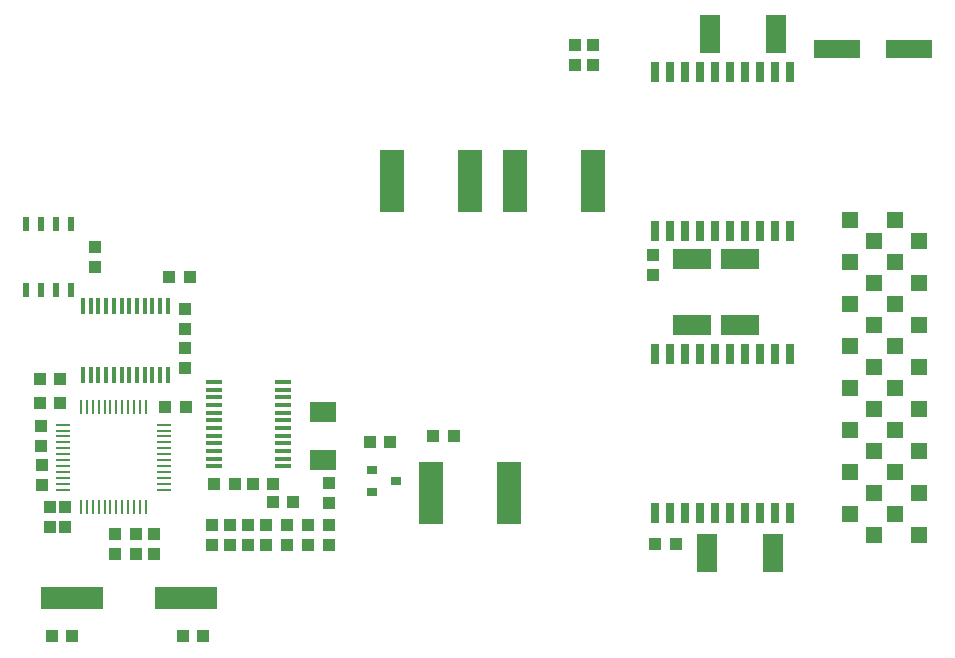
<source format=gbr>
G04 EAGLE Gerber RS-274X export*
G75*
%MOMM*%
%FSLAX34Y34*%
%LPD*%
%AMOC8*
5,1,8,0,0,1.08239X$1,22.5*%
G01*
%ADD10R,1.100000X1.000000*%
%ADD11R,2.000000X5.300000*%
%ADD12R,1.050000X1.080000*%
%ADD13R,2.160000X1.780000*%
%ADD14R,1.080000X1.050000*%
%ADD15R,1.800000X3.200000*%
%ADD16R,3.200000X1.800000*%
%ADD17R,1.400000X1.400000*%
%ADD18R,0.280000X1.200000*%
%ADD19R,1.200000X0.280000*%
%ADD20R,5.334000X1.930400*%
%ADD21R,1.000000X1.100000*%
%ADD22R,1.473200X0.355600*%
%ADD23R,0.355600X1.473200*%
%ADD24R,4.000000X1.600000*%
%ADD25R,0.600000X1.200000*%
%ADD26R,0.635000X1.651000*%
%ADD27R,0.900000X0.800000*%


D10*
X90170Y105020D03*
X90170Y88020D03*
X28100Y146440D03*
X28100Y163440D03*
D11*
X358160Y139700D03*
X424160Y139700D03*
D12*
X359550Y187960D03*
X377050Y187960D03*
D13*
X266700Y167660D03*
X266700Y208360D03*
D11*
X391140Y403860D03*
X325140Y403860D03*
D14*
X495300Y501790D03*
X495300Y519290D03*
D11*
X495280Y403860D03*
X429280Y403860D03*
D14*
X480060Y501790D03*
X480060Y519290D03*
D15*
X650300Y528320D03*
X594300Y528320D03*
D16*
X579120Y281880D03*
X579120Y337880D03*
D15*
X647760Y88900D03*
X591760Y88900D03*
D16*
X619760Y281880D03*
X619760Y337880D03*
D14*
X172720Y112890D03*
X172720Y95390D03*
X187960Y112890D03*
X187960Y95390D03*
X203200Y112890D03*
X203200Y95390D03*
X218440Y112890D03*
X218440Y95390D03*
X271780Y148450D03*
X271780Y130950D03*
X546100Y341490D03*
X546100Y323990D03*
D12*
X547510Y96520D03*
X565010Y96520D03*
D10*
X236220Y112640D03*
X236220Y95640D03*
X271780Y95640D03*
X271780Y112640D03*
D14*
X254000Y112890D03*
X254000Y95390D03*
D17*
X712520Y335280D03*
X750520Y335280D03*
X712520Y370840D03*
X750520Y370840D03*
X712520Y264160D03*
X750520Y264160D03*
X712520Y299720D03*
X750520Y299720D03*
X770840Y317500D03*
X732840Y317500D03*
X770840Y353060D03*
X732840Y353060D03*
X770840Y246380D03*
X732840Y246380D03*
X770840Y281940D03*
X732840Y281940D03*
X712520Y193040D03*
X750520Y193040D03*
X712520Y228600D03*
X750520Y228600D03*
X712520Y121920D03*
X750520Y121920D03*
X712520Y157480D03*
X750520Y157480D03*
X770840Y175260D03*
X732840Y175260D03*
X770840Y210820D03*
X732840Y210820D03*
X770840Y104140D03*
X732840Y104140D03*
X770840Y139700D03*
X732840Y139700D03*
D18*
X61400Y127680D03*
X66400Y127680D03*
X71400Y127680D03*
X76400Y127680D03*
X81400Y127680D03*
X86400Y127680D03*
X91400Y127680D03*
X96400Y127680D03*
X101400Y127680D03*
X106400Y127680D03*
X111400Y127680D03*
X116400Y127680D03*
D19*
X131400Y142680D03*
X131400Y147680D03*
X131400Y152680D03*
X131400Y157680D03*
X131400Y162680D03*
X131400Y167680D03*
X131400Y172680D03*
X131400Y177680D03*
X131400Y182680D03*
X131400Y187680D03*
X131400Y192680D03*
X131400Y197680D03*
D18*
X116400Y212680D03*
X111400Y212680D03*
X106400Y212680D03*
X101400Y212680D03*
X96400Y212680D03*
X91400Y212680D03*
X86400Y212680D03*
X81400Y212680D03*
X76400Y212680D03*
X71400Y212680D03*
X66400Y212680D03*
X61400Y212680D03*
D19*
X46400Y197680D03*
X46400Y192680D03*
X46400Y187680D03*
X46400Y182680D03*
X46400Y177680D03*
X46400Y172680D03*
X46400Y167680D03*
X46400Y162680D03*
X46400Y157680D03*
X46400Y152680D03*
X46400Y147680D03*
X46400Y142680D03*
D14*
X123190Y105270D03*
X123190Y87770D03*
X107950Y105270D03*
X107950Y87770D03*
X48260Y128130D03*
X48260Y110630D03*
D12*
X132982Y212344D03*
X150482Y212344D03*
D14*
X35560Y128130D03*
X35560Y110630D03*
D20*
X150670Y50700D03*
X54150Y50700D03*
D12*
X36510Y19170D03*
X54010Y19170D03*
X165050Y18810D03*
X147550Y18810D03*
D21*
X44060Y215900D03*
X27060Y215900D03*
X44060Y236220D03*
X27060Y236220D03*
D10*
X27940Y179460D03*
X27940Y196460D03*
D22*
X232410Y162306D03*
X232410Y168910D03*
X232410Y175260D03*
X232410Y181864D03*
X232410Y188468D03*
X232410Y194818D03*
X232410Y201422D03*
X232410Y207772D03*
X232410Y214376D03*
X232410Y220980D03*
X232410Y227330D03*
X232410Y233934D03*
X173990Y233934D03*
X173990Y227330D03*
X173990Y220980D03*
X173990Y214376D03*
X173990Y207772D03*
X173990Y201422D03*
X173990Y194818D03*
X173990Y188468D03*
X173990Y181864D03*
X173990Y175260D03*
X173990Y168910D03*
X173990Y162306D03*
D12*
X241160Y132080D03*
X223660Y132080D03*
X174130Y147320D03*
X191630Y147320D03*
D21*
X224400Y147320D03*
X207400Y147320D03*
D23*
X134874Y298450D03*
X128270Y298450D03*
X121920Y298450D03*
X115316Y298450D03*
X108712Y298450D03*
X102362Y298450D03*
X95758Y298450D03*
X89408Y298450D03*
X82804Y298450D03*
X76200Y298450D03*
X69850Y298450D03*
X63246Y298450D03*
X63246Y240030D03*
X69850Y240030D03*
X76200Y240030D03*
X82804Y240030D03*
X89408Y240030D03*
X95758Y240030D03*
X102362Y240030D03*
X108712Y240030D03*
X115316Y240030D03*
X121920Y240030D03*
X128270Y240030D03*
X134874Y240030D03*
D12*
X136030Y322580D03*
X153530Y322580D03*
D14*
X149860Y245250D03*
X149860Y262750D03*
D10*
X149860Y295520D03*
X149860Y278520D03*
D24*
X701390Y515790D03*
X762390Y515790D03*
D25*
X15130Y311340D03*
X27830Y311340D03*
X40530Y311340D03*
X53230Y311340D03*
X53230Y367340D03*
X40530Y367340D03*
X27830Y367340D03*
X15130Y367340D03*
D21*
X72920Y347840D03*
X72920Y330840D03*
D26*
X661670Y496570D03*
X648970Y496570D03*
X636270Y496570D03*
X623570Y496570D03*
X610870Y496570D03*
X598170Y496570D03*
X585470Y496570D03*
X572770Y496570D03*
X560070Y496570D03*
X547370Y496570D03*
X547370Y361950D03*
X560070Y361950D03*
X572770Y361950D03*
X585470Y361950D03*
X598170Y361950D03*
X610870Y361950D03*
X623570Y361950D03*
X636270Y361950D03*
X648970Y361950D03*
X661670Y361950D03*
X661670Y257810D03*
X648970Y257810D03*
X636270Y257810D03*
X623570Y257810D03*
X610870Y257810D03*
X598170Y257810D03*
X585470Y257810D03*
X572770Y257810D03*
X560070Y257810D03*
X547370Y257810D03*
X547370Y123190D03*
X560070Y123190D03*
X572770Y123190D03*
X585470Y123190D03*
X598170Y123190D03*
X610870Y123190D03*
X623570Y123190D03*
X636270Y123190D03*
X648970Y123190D03*
X661670Y123190D03*
D27*
X307500Y159360D03*
X307500Y140360D03*
X328500Y149860D03*
D21*
X323460Y182880D03*
X306460Y182880D03*
M02*

</source>
